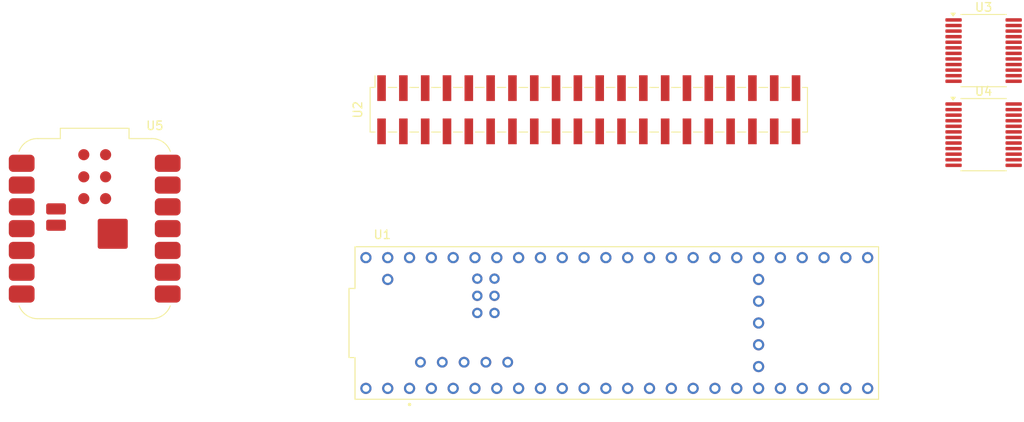
<source format=kicad_pcb>
(kicad_pcb (version 20241229) (generator "pcbnew") (generator_version "9.0")
  (layers (0 "F.Cu" signal) (2 "B.Cu" signal) (13 "F.Paste" user) (15 "B.Paste" user) (5 "F.SilkS" user "F.Silkscreen") (7 "B.SilkS" user "B.Silkscreen") (1 "F.Mask" user) (3 "B.Mask" user) (25 "Edge.Cuts" user))
  (net 0 "")
  (net 1 "Net-(U1-3.3V-Pad3.3V_1)")
  (net 4 "GND")
  (net 16 "Net-(U1-A1)")
  (net 50 "Net-(U1-USB_GND-PadUSB_GND1)")
  (net 53 "Net-(U1-A0)")
  (net 64 "+5V")
  (net 96 "Net-(U3-BO2-Pad7)")
  (net 98 "Net-(U3-AO1-Pad1)")
  (net 99 "Net-(U3-AO2-Pad5)")
  (net 101 "Net-(U3-PGND2-Pad10)")
  (net 106 "Net-(U3-PGND1-Pad3)")
  (net 110 "Net-(U3-BO1-Pad11)")
  (net 112 "Net-(U4-PGND1-Pad3)")
  (net 113 "Net-(U4-AO2-Pad5)")
  (net 115 "Net-(U4-BO1-Pad11)")
  (net 116 "Net-(U4-AO1-Pad1)")
  (net 120 "Net-(U4-BO2-Pad7)")
  (net 127 "Net-(U4-PGND2-Pad10)")
  (footprint "Package_SO:SSOP-24_5.3x8.2mm_P0.65mm" (layer "F.Cu") (at 176 64.125)
    (property "Reference" "U3" (at 0 -5.05 0) (layer "F.SilkS"))
    (property "Value" "TB6612FNG")
    (fp_line (start 0 -4.21) (end -2.65 -4.21) (stroke (width 0.12)) (layer "F.SilkS"))
    (fp_line (start 0 -4.21) (end 2.65 -4.21) (stroke (width 0.12)) (layer "F.SilkS"))
    (fp_line (start 0 4.21) (end -2.65 4.21) (stroke (width 0.12)) (layer "F.SilkS"))
    (fp_line (start 0 4.21) (end 2.65 4.21) (stroke (width 0.12)) (layer "F.SilkS"))
    (fp_poly (pts (xy -3.55 -4.035) (xy -3.79 -4.365) (xy -3.31 -4.365)) (stroke (width 0.12)) (fill yes) (layer "F.SilkS"))
    (pad "1" smd roundrect (at -3.5 -3.575) (size 1.9 0.4) (layers "F.Cu" "F.Mask" "F.Paste") (net 98 "Net-(U3-AO1-Pad1)"))
    (pad "2" smd roundrect (at -3.5 -2.925) (size 1.9 0.4) (layers "F.Cu" "F.Mask" "F.Paste") (net 98 "Net-(U3-AO1-Pad1)"))
    (pad "3" smd roundrect (at -3.5 -2.275) (size 1.9 0.4) (layers "F.Cu" "F.Mask" "F.Paste") (net 106 "Net-(U3-PGND1-Pad3)"))
    (pad "4" smd roundrect (at -3.5 -1.625) (size 1.9 0.4) (layers "F.Cu" "F.Mask" "F.Paste") (net 106 "Net-(U3-PGND1-Pad3)"))
    (pad "5" smd roundrect (at -3.5 -0.975) (size 1.9 0.4) (layers "F.Cu" "F.Mask" "F.Paste") (net 99 "Net-(U3-AO2-Pad5)"))
    (pad "6" smd roundrect (at -3.5 -0.325) (size 1.9 0.4) (layers "F.Cu" "F.Mask" "F.Paste") (net 99 "Net-(U3-AO2-Pad5)"))
    (pad "7" smd roundrect (at -3.5 0.325) (size 1.9 0.4) (layers "F.Cu" "F.Mask" "F.Paste") (net 96 "Net-(U3-BO2-Pad7)"))
    (pad "8" smd roundrect (at -3.5 0.975) (size 1.9 0.4) (layers "F.Cu" "F.Mask" "F.Paste") (net 96 "Net-(U3-BO2-Pad7)"))
    (pad "9" smd roundrect (at -3.5 1.625) (size 1.9 0.4) (layers "F.Cu" "F.Mask" "F.Paste") (net 101 "Net-(U3-PGND2-Pad10)"))
    (pad "10" smd roundrect (at -3.5 2.275) (size 1.9 0.4) (layers "F.Cu" "F.Mask" "F.Paste") (net 101 "Net-(U3-PGND2-Pad10)"))
    (pad "11" smd roundrect (at -3.5 2.925) (size 1.9 0.4) (layers "F.Cu" "F.Mask" "F.Paste") (net 110 "Net-(U3-BO1-Pad11)"))
    (pad "12" smd roundrect (at -3.5 3.575) (size 1.9 0.4) (layers "F.Cu" "F.Mask" "F.Paste") (net 110 "Net-(U3-BO1-Pad11)"))
    (pad "13" smd roundrect (at 3.5 3.575) (size 1.9 0.4) (layers "F.Cu" "F.Mask" "F.Paste"))
    (pad "14" smd roundrect (at 3.5 2.925) (size 1.9 0.4) (layers "F.Cu" "F.Mask" "F.Paste"))
    (pad "15" smd roundrect (at 3.5 2.275) (size 1.9 0.4) (layers "F.Cu" "F.Mask" "F.Paste"))
    (pad "16" smd roundrect (at 3.5 1.625) (size 1.9 0.4) (layers "F.Cu" "F.Mask" "F.Paste"))
    (pad "17" smd roundrect (at 3.5 0.975) (size 1.9 0.4) (layers "F.Cu" "F.Mask" "F.Paste"))
    (pad "18" smd roundrect (at 3.5 0.325) (size 1.9 0.4) (layers "F.Cu" "F.Mask" "F.Paste"))
    (pad "19" smd roundrect (at 3.5 -0.325) (size 1.9 0.4) (layers "F.Cu" "F.Mask" "F.Paste"))
    (pad "20" smd roundrect (at 3.5 -0.975) (size 1.9 0.4) (layers "F.Cu" "F.Mask" "F.Paste"))
    (pad "21" smd roundrect (at 3.5 -1.625) (size 1.9 0.4) (layers "F.Cu" "F.Mask" "F.Paste"))
    (pad "22" smd roundrect (at 3.5 -2.275) (size 1.9 0.4) (layers "F.Cu" "F.Mask" "F.Paste"))
    (pad "23" smd roundrect (at 3.5 -2.925) (size 1.9 0.4) (layers "F.Cu" "F.Mask" "F.Paste"))
    (pad "24" smd roundrect (at 3.5 -3.575) (size 1.9 0.4) (layers "F.Cu" "F.Mask" "F.Paste"))
  )
  (footprint "RF_Module:MCU_Seeed_ESP32C3" (layer "F.Cu") (at 72.5 84.88)
    (property "Reference" "U5" (at 7 -12 0) (layer "F.SilkS"))
    (property "Value" "SeeeduinoXIAO")
    (fp_line (start -6.7 10.5) (end 6.7 10.5) (stroke (width 0.12)) (layer "F.SilkS"))
    (fp_line (start -4 -11.7) (end 4 -11.7) (stroke (width 0.12)) (layer "F.SilkS"))
    (fp_line (start -4 -10.5) (end -6.6 -10.5) (stroke (width 0.12)) (layer "F.SilkS"))
    (fp_line (start -4 -10.5) (end -4 -11.7) (stroke (width 0.12)) (layer "F.SilkS"))
    (fp_line (start 4 -11.7) (end 4 -10.5) (stroke (width 0.12)) (layer "F.SilkS"))
    (fp_line (start 6.6 -10.5) (end 4 -10.5) (stroke (width 0.12)) (layer "F.SilkS"))
    (fp_arc (start -8.812892 -9.00468) (mid -7.949609 -10.111769) (end -6.600468 -10.499999) (stroke (width 0.12)) (layer "F.SilkS"))
    (fp_arc (start -6.7 10.5) (mid -7.977232 10.068125) (end -8.8 9) (stroke (width 0.12)) (layer "F.SilkS"))
    (fp_arc (start 6.6 -10.499999) (mid 7.944325 -10.107116) (end 8.804034 -9.001464) (stroke (width 0.12)) (layer "F.SilkS"))
    (fp_arc (start 8.8 9) (mid 7.977232 10.068125) (end 6.7 10.5) (stroke (width 0.12)) (layer "F.SilkS"))
    (pad "1" smd roundrect (at -8.5 -7.62) (size 3 2) (layers "F.Cu" "F.Mask" "F.Paste"))
    (pad "2" smd roundrect (at -8.5 -5.08) (size 3 2) (layers "F.Cu" "F.Mask" "F.Paste"))
    (pad "3" smd roundrect (at -8.5 -2.54) (size 3 2) (layers "F.Cu" "F.Mask" "F.Paste"))
    (pad "4" smd roundrect (at -8.5 0) (size 3 2) (layers "F.Cu" "F.Mask" "F.Paste"))
    (pad "5" smd roundrect (at -8.5 2.54) (size 3 2) (layers "F.Cu" "F.Mask" "F.Paste"))
    (pad "6" smd roundrect (at -8.5 5.08) (size 3 2) (layers "F.Cu" "F.Mask" "F.Paste"))
    (pad "7" smd roundrect (at -8.5 7.62) (size 3 2) (layers "F.Cu" "F.Mask" "F.Paste"))
    (pad "8" smd roundrect (at 8.5 7.62) (size 3 2) (layers "F.Cu" "F.Mask" "F.Paste"))
    (pad "9" smd roundrect (at 8.5 5.08) (size 3 2) (layers "F.Cu" "F.Mask" "F.Paste"))
    (pad "10" smd roundrect (at 8.5 2.54) (size 3 2) (layers "F.Cu" "F.Mask" "F.Paste"))
    (pad "11" smd roundrect (at 8.5 0) (size 3 2) (layers "F.Cu" "F.Mask" "F.Paste"))
    (pad "12" smd roundrect (at 8.5 -2.54) (size 3 2) (layers "F.Cu" "F.Mask" "F.Paste"))
    (pad "13" smd roundrect (at 8.5 -5.08) (size 3 2) (layers "F.Cu" "F.Mask" "F.Paste"))
    (pad "14" smd roundrect (at 8.5 -7.62) (size 3 2) (layers "F.Cu" "F.Mask" "F.Paste"))
    (pad "15" smd roundrect (at 2.1 0.6) (size 3.5 3.5) (property pad_prop_heatsink) (layers "F.Cu" "F.Mask") (roundrect_rratio 0.07142857143))
    (pad "16" smd roundrect (at -4.5 -0.4) (size 2.3 1.3) (layers "F.Cu" "F.Mask" "F.Paste") (roundrect_rratio 0.1923076923))
    (pad "17" smd roundrect (at -4.5 -2.3) (size 2.3 1.3) (layers "F.Cu" "F.Mask" "F.Paste") (roundrect_rratio 0.1923076923))
    (pad "18" smd circle (at -1.27 -8.62) (size 1.3 1.3) (layers "F.Cu" "F.Mask" "F.Paste"))
    (pad "19" smd circle (at -1.27 -6.04) (size 1.3 1.3) (layers "F.Cu" "F.Mask" "F.Paste"))
    (pad "20" smd circle (at -1.27 -3.5) (size 1.3 1.3) (layers "F.Cu" "F.Mask" "F.Paste"))
    (pad "21" smd circle (at 1.27 -3.5) (size 1.3 1.3) (layers "F.Cu" "F.Mask" "F.Paste"))
    (pad "22" smd circle (at 1.27 -6.04) (size 1.3 1.3) (layers "F.Cu" "F.Mask" "F.Paste"))
    (pad "23" smd circle (at 1.27 -8.62) (size 1.3 1.3) (layers "F.Cu" "F.Mask" "F.Paste"))
  )
  (footprint "Connector_PinSocket_2.54mm:PinSocket_2x20_P2.54mm_Vertical_SMD" (layer "F.Cu") (at 130.03 71.02 90)
    (property "Reference" "U2" (at 0 -26.9 90) (layer "F.SilkS"))
    (property "Value" "K230D")
    (fp_line (start 2.6 -25.46) (end 2.6 -24.89) (stroke (width 0.12)) (layer "F.SilkS"))
    (fp_line (start -2.6 -25.46) (end 2.6 -25.46) (stroke (width 0.12)) (layer "F.SilkS"))
    (fp_line (start -2.6 -25.46) (end -2.6 -24.89) (stroke (width 0.12)) (layer "F.SilkS"))
    (fp_line (start 2.6 -24.89) (end 3.96 -24.89) (stroke (width 0.12)) (layer "F.SilkS"))
    (fp_line (start 2.6 -23.37) (end 2.6 -22.35) (stroke (width 0.12)) (layer "F.SilkS"))
    (fp_line (start -2.6 -23.37) (end -2.6 -22.35) (stroke (width 0.12)) (layer "F.SilkS"))
    (fp_line (start 2.6 -20.83) (end 2.6 -19.81) (stroke (width 0.12)) (layer "F.SilkS"))
    (fp_line (start -2.6 -20.83) (end -2.6 -19.81) (stroke (width 0.12)) (layer "F.SilkS"))
    (fp_line (start 2.6 -18.29) (end 2.6 -17.27) (stroke (width 0.12)) (layer "F.SilkS"))
    (fp_line (start -2.6 -18.29) (end -2.6 -17.27) (stroke (width 0.12)) (layer "F.SilkS"))
    (fp_line (start 2.6 -15.75) (end 2.6 -14.73) (stroke (width 0.12)) (layer "F.SilkS"))
    (fp_line (start -2.6 -15.75) (end -2.6 -14.73) (stroke (width 0.12)) (layer "F.SilkS"))
    (fp_line (start 2.6 -13.21) (end 2.6 -12.19) (stroke (width 0.12)) (layer "F.SilkS"))
    (fp_line (start -2.6 -13.21) (end -2.6 -12.19) (stroke (width 0.12)) (layer "F.SilkS"))
    (fp_line (start 2.6 -10.67) (end 2.6 -9.65) (stroke (width 0.12)) (layer "F.SilkS"))
    (fp_line (start -2.6 -10.67) (end -2.6 -9.65) (stroke (width 0.12)) (layer "F.SilkS"))
    (fp_line (start 2.6 -8.13) (end 2.6 -7.11) (stroke (width 0.12)) (layer "F.SilkS"))
    (fp_line (start -2.6 -8.13) (end -2.6 -7.11) (stroke (width 0.12)) (layer "F.SilkS"))
    (fp_line (start 2.6 -5.59) (end 2.6 -4.57) (stroke (width 0.12)) (layer "F.SilkS"))
    (fp_line (start -2.6 -5.59) (end -2.6 -4.57) (stroke (width 0.12)) (layer "F.SilkS"))
    (fp_line (start 2.6 -3.05) (end 2.6 -2.03) (stroke (width 0.12)) (layer "F.SilkS"))
    (fp_line (start -2.6 -3.05) (end -2.6 -2.03) (stroke (width 0.12)) (layer "F.SilkS"))
    (fp_line (start 2.6 -0.51) (end 2.6 0.51) (stroke (width 0.12)) (layer "F.SilkS"))
    (fp_line (start -2.6 -0.51) (end -2.6 0.51) (stroke (width 0.12)) (layer "F.SilkS"))
    (fp_line (start 2.6 2.03) (end 2.6 3.05) (stroke (width 0.12)) (layer "F.SilkS"))
    (fp_line (start -2.6 2.03) (end -2.6 3.05) (stroke (width 0.12)) (layer "F.SilkS"))
    (fp_line (start 2.6 4.57) (end 2.6 5.59) (stroke (width 0.12)) (layer "F.SilkS"))
    (fp_line (start -2.6 4.57) (end -2.6 5.59) (stroke (width 0.12)) (layer "F.SilkS"))
    (fp_line (start 2.6 7.11) (end 2.6 8.13) (stroke (width 0.12)) (layer "F.SilkS"))
    (fp_line (start -2.6 7.11) (end -2.6 8.13) (stroke (width 0.12)) (layer "F.SilkS"))
    (fp_line (start 2.6 9.65) (end 2.6 10.67) (stroke (width 0.12)) (layer "F.SilkS"))
    (fp_line (start -2.6 9.65) (end -2.6 10.67) (stroke (width 0.12)) (layer "F.SilkS"))
    (fp_line (start 2.6 12.19) (end 2.6 13.21) (stroke (width 0.12)) (layer "F.SilkS"))
    (fp_line (start -2.6 12.19) (end -2.6 13.21) (stroke (width 0.12)) (layer "F.SilkS"))
    (fp_line (start 2.6 14.73) (end 2.6 15.75) (stroke (width 0.12)) (layer "F.SilkS"))
    (fp_line (start -2.6 14.73) (end -2.6 15.75) (stroke (width 0.12)) (layer "F.SilkS"))
    (fp_line (start 2.6 17.27) (end 2.6 18.29) (stroke (width 0.12)) (layer "F.SilkS"))
    (fp_line (start -2.6 17.27) (end -2.6 18.29) (stroke (width 0.12)) (layer "F.SilkS"))
    (fp_line (start 2.6 19.81) (end 2.6 20.83) (stroke (width 0.12)) (layer "F.SilkS"))
    (fp_line (start -2.6 19.81) (end -2.6 20.83) (stroke (width 0.12)) (layer "F.SilkS"))
    (fp_line (start 2.6 22.35) (end 2.6 23.37) (stroke (width 0.12)) (layer "F.SilkS"))
    (fp_line (start -2.6 22.35) (end -2.6 23.37) (stroke (width 0.12)) (layer "F.SilkS"))
    (fp_line (start 2.6 24.89) (end 2.6 25.46) (stroke (width 0.12)) (layer "F.SilkS"))
    (fp_line (start -2.6 24.89) (end -2.6 25.46) (stroke (width 0.12)) (layer "F.SilkS"))
    (fp_line (start -2.6 25.46) (end 2.6 25.46) (stroke (width 0.12)) (layer "F.SilkS"))
    (pad "1" smd rect (at 2.52 -24.13 90) (size 3 1) (layers "F.Cu" "F.Mask" "F.Paste"))
    (pad "2" smd rect (at -2.52 -24.13 90) (size 3 1) (layers "F.Cu" "F.Mask" "F.Paste"))
    (pad "3" smd rect (at 2.52 -21.59 90) (size 3 1) (layers "F.Cu" "F.Mask" "F.Paste"))
    (pad "4" smd rect (at -2.52 -21.59 90) (size 3 1) (layers "F.Cu" "F.Mask" "F.Paste"))
    (pad "5" smd rect (at 2.52 -19.05 90) (size 3 1) (layers "F.Cu" "F.Mask" "F.Paste"))
    (pad "6" smd rect (at -2.52 -19.05 90) (size 3 1) (layers "F.Cu" "F.Mask" "F.Paste") (net 4 "GND"))
    (pad "7" smd rect (at 2.52 -16.51 90) (size 3 1) (layers "F.Cu" "F.Mask" "F.Paste"))
    (pad "8" smd rect (at -2.52 -16.51 90) (size 3 1) (layers "F.Cu" "F.Mask" "F.Paste") (net 16 "Net-(U1-A1)"))
    (pad "9" smd rect (at 2.52 -13.97 90) (size 3 1) (layers "F.Cu" "F.Mask" "F.Paste") (net 4 "GND"))
    (pad "10" smd rect (at -2.52 -13.97 90) (size 3 1) (layers "F.Cu" "F.Mask" "F.Paste") (net 53 "Net-(U1-A0)"))
    (pad "11" smd rect (at 2.52 -11.43 90) (size 3 1) (layers "F.Cu" "F.Mask" "F.Paste"))
    (pad "12" smd rect (at -2.52 -11.43 90) (size 3 1) (layers "F.Cu" "F.Mask" "F.Paste"))
    (pad "13" smd rect (at 2.52 -8.89 90) (size 3 1) (layers "F.Cu" "F.Mask" "F.Paste"))
    (pad "14" smd rect (at -2.52 -8.89 90) (size 3 1) (layers "F.Cu" "F.Mask" "F.Paste"))
    (pad "15" smd rect (at 2.52 -6.35 90) (size 3 1) (layers "F.Cu" "F.Mask" "F.Paste"))
    (pad "16" smd rect (at -2.52 -6.35 90) (size 3 1) (layers "F.Cu" "F.Mask" "F.Paste"))
    (pad "17" smd rect (at 2.52 -3.81 90) (size 3 1) (layers "F.Cu" "F.Mask" "F.Paste"))
    (pad "18" smd rect (at -2.52 -3.81 90) (size 3 1) (layers "F.Cu" "F.Mask" "F.Paste"))
    (pad "19" smd rect (at 2.52 -1.27 90) (size 3 1) (layers "F.Cu" "F.Mask" "F.Paste"))
    (pad "20" smd rect (at -2.52 -1.27 90) (size 3 1) (layers "F.Cu" "F.Mask" "F.Paste"))
    (pad "21" smd rect (at 2.52 1.27 90) (size 3 1) (layers "F.Cu" "F.Mask" "F.Paste"))
    (pad "22" smd rect (at -2.52 1.27 90) (size 3 1) (layers "F.Cu" "F.Mask" "F.Paste"))
    (pad "23" smd rect (at 2.52 3.81 90) (size 3 1) (layers "F.Cu" "F.Mask" "F.Paste"))
    (pad "24" smd rect (at -2.52 3.81 90) (size 3 1) (layers "F.Cu" "F.Mask" "F.Paste"))
    (pad "25" smd rect (at 2.52 6.35 90) (size 3 1) (layers "F.Cu" "F.Mask" "F.Paste"))
    (pad "26" smd rect (at -2.52 6.35 90) (size 3 1) (layers "F.Cu" "F.Mask" "F.Paste"))
    (pad "27" smd rect (at 2.52 8.89 90) (size 3 1) (layers "F.Cu" "F.Mask" "F.Paste"))
    (pad "28" smd rect (at -2.52 8.89 90) (size 3 1) (layers "F.Cu" "F.Mask" "F.Paste"))
    (pad "29" smd rect (at 2.52 11.43 90) (size 3 1) (layers "F.Cu" "F.Mask" "F.Paste"))
    (pad "30" smd rect (at -2.52 11.43 90) (size 3 1) (layers "F.Cu" "F.Mask" "F.Paste"))
    (pad "31" smd rect (at 2.52 13.97 90) (size 3 1) (layers "F.Cu" "F.Mask" "F.Paste"))
    (pad "32" smd rect (at -2.52 13.97 90) (size 3 1) (layers "F.Cu" "F.Mask" "F.Paste"))
    (pad "33" smd rect (at 2.52 16.51 90) (size 3 1) (layers "F.Cu" "F.Mask" "F.Paste"))
    (pad "34" smd rect (at -2.52 16.51 90) (size 3 1) (layers "F.Cu" "F.Mask" "F.Paste"))
    (pad "35" smd rect (at 2.52 19.05 90) (size 3 1) (layers "F.Cu" "F.Mask" "F.Paste"))
    (pad "36" smd rect (at -2.52 19.05 90) (size 3 1) (layers "F.Cu" "F.Mask" "F.Paste"))
    (pad "37" smd rect (at 2.52 21.59 90) (size 3 1) (layers "F.Cu" "F.Mask" "F.Paste"))
    (pad "38" smd rect (at -2.52 21.59 90) (size 3 1) (layers "F.Cu" "F.Mask" "F.Paste"))
    (pad "39" smd rect (at 2.52 24.13 90) (size 3 1) (layers "F.Cu" "F.Mask" "F.Paste") (net 4 "GND"))
    (pad "40" smd rect (at -2.52 24.13 90) (size 3 1) (layers "F.Cu" "F.Mask" "F.Paste"))
  )
  (footprint "Package_SO:SSOP-24_5.3x8.2mm_P0.65mm" (layer "F.Cu") (at 176 73.925)
    (property "Reference" "U4" (at 0 -5.05 0) (layer "F.SilkS"))
    (property "Value" "TB6612FNG")
    (fp_line (start 0 -4.21) (end -2.65 -4.21) (stroke (width 0.12)) (layer "F.SilkS"))
    (fp_line (start 0 -4.21) (end 2.65 -4.21) (stroke (width 0.12)) (layer "F.SilkS"))
    (fp_line (start 0 4.21) (end -2.65 4.21) (stroke (width 0.12)) (layer "F.SilkS"))
    (fp_line (start 0 4.21) (end 2.65 4.21) (stroke (width 0.12)) (layer "F.SilkS"))
    (fp_poly (pts (xy -3.55 -4.035) (xy -3.79 -4.365) (xy -3.31 -4.365)) (stroke (width 0.12)) (fill yes) (layer "F.SilkS"))
    (pad "1" smd roundrect (at -3.5 -3.575) (size 1.9 0.4) (layers "F.Cu" "F.Mask" "F.Paste") (net 116 "Net-(U4-AO1-Pad1)"))
    (pad "2" smd roundrect (at -3.5 -2.925) (size 1.9 0.4) (layers "F.Cu" "F.Mask" "F.Paste") (net 116 "Net-(U4-AO1-Pad1)"))
    (pad "3" smd roundrect (at -3.5 -2.275) (size 1.9 0.4) (layers "F.Cu" "F.Mask" "F.Paste") (net 112 "Net-(U4-PGND1-Pad3)"))
    (pad "4" smd roundrect (at -3.5 -1.625) (size 1.9 0.4) (layers "F.Cu" "F.Mask" "F.Paste") (net 112 "Net-(U4-PGND1-Pad3)"))
    (pad "5" smd roundrect (at -3.5 -0.975) (size 1.9 0.4) (layers "F.Cu" "F.Mask" "F.Paste") (net 113 "Net-(U4-AO2-Pad5)"))
    (pad "6" smd roundrect (at -3.5 -0.325) (size 1.9 0.4) (layers "F.Cu" "F.Mask" "F.Paste") (net 113 "Net-(U4-AO2-Pad5)"))
    (pad "7" smd roundrect (at -3.5 0.325) (size 1.9 0.4) (layers "F.Cu" "F.Mask" "F.Paste") (net 120 "Net-(U4-BO2-Pad7)"))
    (pad "8" smd roundrect (at -3.5 0.975) (size 1.9 0.4) (layers "F.Cu" "F.Mask" "F.Paste") (net 120 "Net-(U4-BO2-Pad7)"))
    (pad "9" smd roundrect (at -3.5 1.625) (size 1.9 0.4) (layers "F.Cu" "F.Mask" "F.Paste") (net 127 "Net-(U4-PGND2-Pad10)"))
    (pad "10" smd roundrect (at -3.5 2.275) (size 1.9 0.4) (layers "F.Cu" "F.Mask" "F.Paste") (net 127 "Net-(U4-PGND2-Pad10)"))
    (pad "11" smd roundrect (at -3.5 2.925) (size 1.9 0.4) (layers "F.Cu" "F.Mask" "F.Paste") (net 115 "Net-(U4-BO1-Pad11)"))
    (pad "12" smd roundrect (at -3.5 3.575) (size 1.9 0.4) (layers "F.Cu" "F.Mask" "F.Paste") (net 115 "Net-(U4-BO1-Pad11)"))
    (pad "13" smd roundrect (at 3.5 3.575) (size 1.9 0.4) (layers "F.Cu" "F.Mask" "F.Paste"))
    (pad "14" smd roundrect (at 3.5 2.925) (size 1.9 0.4) (layers "F.Cu" "F.Mask" "F.Paste"))
    (pad "15" smd roundrect (at 3.5 2.275) (size 1.9 0.4) (layers "F.Cu" "F.Mask" "F.Paste"))
    (pad "16" smd roundrect (at 3.5 1.625) (size 1.9 0.4) (layers "F.Cu" "F.Mask" "F.Paste"))
    (pad "17" smd roundrect (at 3.5 0.975) (size 1.9 0.4) (layers "F.Cu" "F.Mask" "F.Paste"))
    (pad "18" smd roundrect (at 3.5 0.325) (size 1.9 0.4) (layers "F.Cu" "F.Mask" "F.Paste"))
    (pad "19" smd roundrect (at 3.5 -0.325) (size 1.9 0.4) (layers "F.Cu" "F.Mask" "F.Paste"))
    (pad "20" smd roundrect (at 3.5 -0.975) (size 1.9 0.4) (layers "F.Cu" "F.Mask" "F.Paste"))
    (pad "21" smd roundrect (at 3.5 -1.625) (size 1.9 0.4) (layers "F.Cu" "F.Mask" "F.Paste"))
    (pad "22" smd roundrect (at 3.5 -2.275) (size 1.9 0.4) (layers "F.Cu" "F.Mask" "F.Paste"))
    (pad "23" smd roundrect (at 3.5 -2.925) (size 1.9 0.4) (layers "F.Cu" "F.Mask" "F.Paste"))
    (pad "24" smd roundrect (at 3.5 -3.575) (size 1.9 0.4) (layers "F.Cu" "F.Mask" "F.Paste"))
  )
  (footprint "DEV-16771:MODULE_DEV-16771" (layer "F.Cu") (at 133.29 95.88)
    (property "Reference" "U1" (at -27.305 -10.295 0) (layer "F.SilkS"))
    (property "Value" "DEV-16771")
    (fp_line (start -31.18 4.03) (end -31.18 -4.03) (stroke (width 0.127)) (layer "F.SilkS"))
    (fp_line (start -30.48 -8.89) (end -30.48 -4.03) (stroke (width 0.127)) (layer "F.SilkS"))
    (fp_line (start -30.48 -8.89) (end 30.48 -8.89) (stroke (width 0.127)) (layer "F.SilkS"))
    (fp_line (start -30.48 -4.03) (end -31.18 -4.03) (stroke (width 0.127)) (layer "F.SilkS"))
    (fp_line (start -30.48 4.03) (end -31.18 4.03) (stroke (width 0.127)) (layer "F.SilkS"))
    (fp_line (start -30.48 8.89) (end -30.48 4.03) (stroke (width 0.127)) (layer "F.SilkS"))
    (fp_line (start 30.48 -8.89) (end 30.48 8.89) (stroke (width 0.127)) (layer "F.SilkS"))
    (fp_line (start 30.48 8.89) (end -30.48 8.89) (stroke (width 0.127)) (layer "F.SilkS"))
    (fp_circle (center -24.13 9.5) (end -24.03 9.5) (stroke (width 0.2)) (fill no) (layer "F.SilkS"))
    (pad "0" thru_hole circle (at -26.67 7.62) (size 1.308 1.308) (drill 0.8) (layers "*.Cu" "*.Mask"))
    (pad "1" thru_hole circle (at -24.13 7.62) (size 1.308 1.308) (drill 0.8) (layers "*.Cu" "*.Mask"))
    (pad "2" thru_hole circle (at -21.59 7.62) (size 1.308 1.308) (drill 0.8) (layers "*.Cu" "*.Mask"))
    (pad "3" thru_hole circle (at -19.05 7.62) (size 1.308 1.308) (drill 0.8) (layers "*.Cu" "*.Mask"))
    (pad "3.3V_1" thru_hole circle (at 6.35 7.62) (size 1.308 1.308) (drill 0.8) (layers "*.Cu" "*.Mask") (net 1 "Net-(U1-3.3V-Pad3.3V_1)"))
    (pad "3.3V_2" thru_hole circle (at -24.13 -7.62) (size 1.308 1.308) (drill 0.8) (layers "*.Cu" "*.Mask") (net 1 "Net-(U1-3.3V-Pad3.3V_1)"))
    (pad "3.3V_3" thru_hole circle (at 16.51 2.54) (size 1.308 1.308) (drill 0.8) (layers "*.Cu" "*.Mask") (net 1 "Net-(U1-3.3V-Pad3.3V_1)"))
    (pad "4" thru_hole circle (at -16.51 7.62) (size 1.308 1.308) (drill 0.8) (layers "*.Cu" "*.Mask"))
    (pad "5" thru_hole circle (at -13.97 7.62) (size 1.308 1.308) (drill 0.8) (layers "*.Cu" "*.Mask"))
    (pad "5V" thru_hole circle (at -22.86 4.57) (size 1.258 1.258) (drill 0.75) (layers "*.Cu" "*.Mask"))
    (pad "6" thru_hole circle (at -11.43 7.62) (size 1.308 1.308) (drill 0.8) (layers "*.Cu" "*.Mask"))
    (pad "7" thru_hole circle (at -8.89 7.62) (size 1.308 1.308) (drill 0.8) (layers "*.Cu" "*.Mask"))
    (pad "8" thru_hole circle (at -6.35 7.62) (size 1.308 1.308) (drill 0.8) (layers "*.Cu" "*.Mask"))
    (pad "9" thru_hole circle (at -3.81 7.62) (size 1.308 1.308) (drill 0.8) (layers "*.Cu" "*.Mask"))
    (pad "10" thru_hole circle (at -1.27 7.62) (size 1.308 1.308) (drill 0.8) (layers "*.Cu" "*.Mask"))
    (pad "11" thru_hole circle (at 1.27 7.62) (size 1.308 1.308) (drill 0.8) (layers "*.Cu" "*.Mask"))
    (pad "12" thru_hole circle (at 3.81 7.62) (size 1.308 1.308) (drill 0.8) (layers "*.Cu" "*.Mask"))
    (pad "13" thru_hole circle (at 3.81 -7.62) (size 1.308 1.308) (drill 0.8) (layers "*.Cu" "*.Mask"))
    (pad "14" thru_hole circle (at 1.27 -7.62) (size 1.308 1.308) (drill 0.8) (layers "*.Cu" "*.Mask") (net 53 "Net-(U1-A0)"))
    (pad "15" thru_hole circle (at -1.27 -7.62) (size 1.308 1.308) (drill 0.8) (layers "*.Cu" "*.Mask") (net 16 "Net-(U1-A1)"))
    (pad "16" thru_hole circle (at -3.81 -7.62) (size 1.308 1.308) (drill 0.8) (layers "*.Cu" "*.Mask"))
    (pad "17" thru_hole circle (at -6.35 -7.62) (size 1.308 1.308) (drill 0.8) (layers "*.Cu" "*.Mask"))
    (pad "18" thru_hole circle (at -8.89 -7.62) (size 1.308 1.308) (drill 0.8) (layers "*.Cu" "*.Mask"))
    (pad "19" thru_hole circle (at -11.43 -7.62) (size 1.308 1.308) (drill 0.8) (layers "*.Cu" "*.Mask"))
    (pad "20" thru_hole circle (at -13.97 -7.62) (size 1.308 1.308) (drill 0.8) (layers "*.Cu" "*.Mask"))
    (pad "21" thru_hole circle (at -16.51 -7.62) (size 1.308 1.308) (drill 0.8) (layers "*.Cu" "*.Mask"))
    (pad "22" thru_hole circle (at -19.05 -7.62) (size 1.308 1.308) (drill 0.8) (layers "*.Cu" "*.Mask"))
    (pad "23" thru_hole circle (at -21.59 -7.62) (size 1.308 1.308) (drill 0.8) (layers "*.Cu" "*.Mask"))
    (pad "24" thru_hole circle (at 8.89 7.62) (size 1.308 1.308) (drill 0.8) (layers "*.Cu" "*.Mask"))
    (pad "25" thru_hole circle (at 11.43 7.62) (size 1.308 1.308) (drill 0.8) (layers "*.Cu" "*.Mask"))
    (pad "26" thru_hole circle (at 13.97 7.62) (size 1.308 1.308) (drill 0.8) (layers "*.Cu" "*.Mask"))
    (pad "27" thru_hole circle (at 16.51 7.62) (size 1.308 1.308) (drill 0.8) (layers "*.Cu" "*.Mask"))
    (pad "28" thru_hole circle (at 19.05 7.62) (size 1.308 1.308) (drill 0.8) (layers "*.Cu" "*.Mask"))
    (pad "29" thru_hole circle (at 21.59 7.62) (size 1.308 1.308) (drill 0.8) (layers "*.Cu" "*.Mask"))
    (pad "30" thru_hole circle (at 24.13 7.62) (size 1.308 1.308) (drill 0.8) (layers "*.Cu" "*.Mask"))
    (pad "31" thru_hole circle (at 26.67 7.62) (size 1.308 1.308) (drill 0.8) (layers "*.Cu" "*.Mask"))
    (pad "32" thru_hole circle (at 29.21 7.62) (size 1.308 1.308) (drill 0.8) (layers "*.Cu" "*.Mask"))
    (pad "33" thru_hole circle (at 29.21 -7.62) (size 1.308 1.308) (drill 0.8) (layers "*.Cu" "*.Mask"))
    (pad "34" thru_hole circle (at 26.67 -7.62) (size 1.308 1.308) (drill 0.8) (layers "*.Cu" "*.Mask"))
    (pad "35" thru_hole circle (at 24.13 -7.62) (size 1.308 1.308) (drill 0.8) (layers "*.Cu" "*.Mask"))
    (pad "36" thru_hole circle (at 21.59 -7.62) (size 1.308 1.308) (drill 0.8) (layers "*.Cu" "*.Mask"))
    (pad "37" thru_hole circle (at 19.05 -7.62) (size 1.308 1.308) (drill 0.8) (layers "*.Cu" "*.Mask"))
    (pad "38" thru_hole circle (at 16.51 -7.62) (size 1.308 1.308) (drill 0.8) (layers "*.Cu" "*.Mask"))
    (pad "39" thru_hole circle (at 13.97 -7.62) (size 1.308 1.308) (drill 0.8) (layers "*.Cu" "*.Mask"))
    (pad "40" thru_hole circle (at 11.43 -7.62) (size 1.308 1.308) (drill 0.8) (layers "*.Cu" "*.Mask"))
    (pad "41" thru_hole circle (at 8.89 -7.62) (size 1.308 1.308) (drill 0.8) (layers "*.Cu" "*.Mask"))
    (pad "D+" thru_hole circle (at -17.78 4.57) (size 1.258 1.258) (drill 0.75) (layers "*.Cu" "*.Mask"))
    (pad "D-" thru_hole circle (at -20.32 4.57) (size 1.258 1.258) (drill 0.75) (layers "*.Cu" "*.Mask"))
    (pad "GND1" thru_hole circle (at -29.21 7.62) (size 1.308 1.308) (drill 0.8) (layers "*.Cu" "*.Mask") (net 4 "GND"))
    (pad "GND2" thru_hole circle (at 6.35 -7.62) (size 1.308 1.308) (drill 0.8) (layers "*.Cu" "*.Mask") (net 4 "GND"))
    (pad "GND3" thru_hole circle (at -26.67 -7.62) (size 1.308 1.308) (drill 0.8) (layers "*.Cu" "*.Mask") (net 4 "GND"))
    (pad "GND4" thru_hole circle (at 16.51 0) (size 1.308 1.308) (drill 0.8) (layers "*.Cu" "*.Mask") (net 4 "GND"))
    (pad "GND5" thru_hole circle (at -14.24 -3.17) (size 1.208 1.208) (drill 0.7) (layers "*.Cu" "*.Mask") (net 4 "GND"))
    (pad "LED" thru_hole circle (at -16.24 -3.17) (size 1.208 1.208) (drill 0.7) (layers "*.Cu" "*.Mask"))
    (pad "ON/OFF" thru_hole circle (at 16.51 -5.08) (size 1.308 1.308) (drill 0.8) (layers "*.Cu" "*.Mask"))
    (pad "PROGRAM" thru_hole circle (at 16.51 -2.54) (size 1.308 1.308) (drill 0.8) (layers "*.Cu" "*.Mask"))
    (pad "R+" thru_hole circle (at -16.24 -5.17) (size 1.208 1.208) (drill 0.7) (layers "*.Cu" "*.Mask"))
    (pad "R-" thru_hole circle (at -14.24 -5.17) (size 1.208 1.208) (drill 0.7) (layers "*.Cu" "*.Mask"))
    (pad "T+" thru_hole circle (at -14.24 -1.17) (size 1.208 1.208) (drill 0.7) (layers "*.Cu" "*.Mask"))
    (pad "T-" thru_hole circle (at -16.24 -1.17) (size 1.208 1.208) (drill 0.7) (layers "*.Cu" "*.Mask"))
    (pad "USB_GND1" thru_hole circle (at -15.24 4.57) (size 1.258 1.258) (drill 0.75) (layers "*.Cu" "*.Mask") (net 50 "Net-(U1-USB_GND-PadUSB_GND1)"))
    (pad "USB_GND2" thru_hole circle (at -12.7 4.57) (size 1.258 1.258) (drill 0.75) (layers "*.Cu" "*.Mask") (net 50 "Net-(U1-USB_GND-PadUSB_GND1)"))
    (pad "VBAT" thru_hole circle (at 16.51 5.08) (size 1.308 1.308) (drill 0.8) (layers "*.Cu" "*.Mask"))
    (pad "VIN" thru_hole circle (at -29.21 -7.62) (size 1.308 1.308) (drill 0.8) (layers "*.Cu" "*.Mask") (net 64 "+5V"))
    (pad "VUSB" thru_hole circle (at -26.67 -5.08) (size 1.308 1.308) (drill 0.8) (layers "*.Cu" "*.Mask"))
  )
)
</source>
